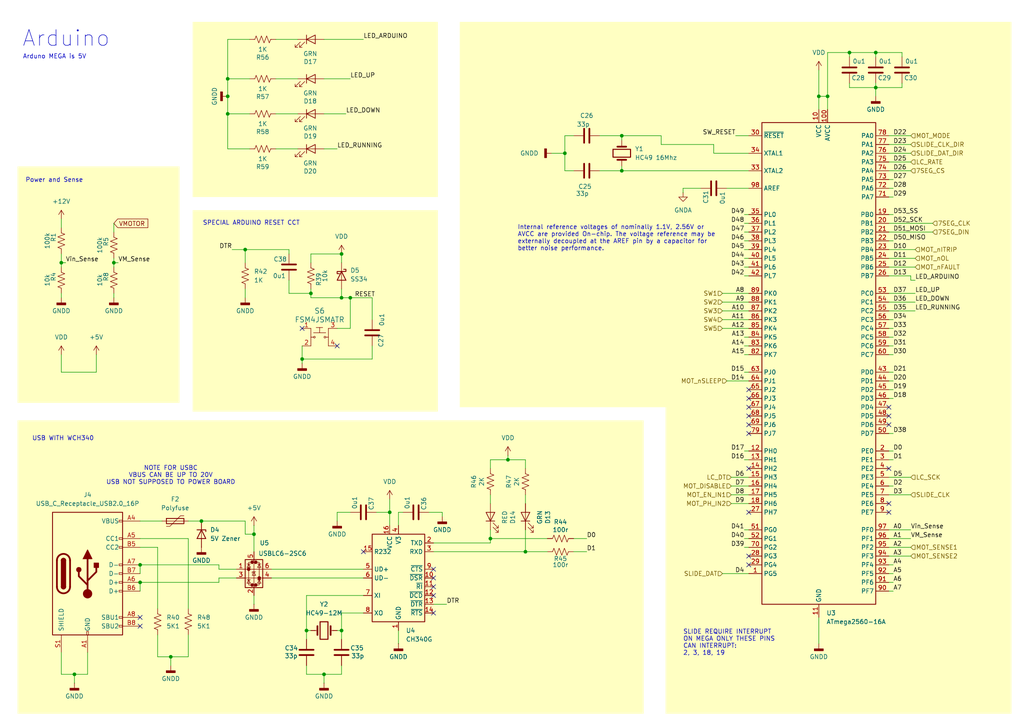
<source format=kicad_sch>
(kicad_sch (version 20250114) (generator "eeschema") (generator_version "9.0")
  (paper "A4")
  (rectangle (start 5.08 121.92) (end 186.69 207.01) (stroke (width -0.0001) (color 255 255 194 1)) (fill (type color) (color 255 255 194 1)))
  (rectangle (start 133.35 6.35) (end 293.37 118.11) (stroke (width -0.0001) (color 255 255 194 1)) (fill (type color) (color 255 255 194 1)))
  (rectangle (start 5.08 48.26) (end 52.07 116.84) (stroke (width -0.0001) (color 255 255 194 1)) (fill (type color) (color 255 255 194 1)))
  (rectangle (start 55.88 6.35) (end 127 57.15) (stroke (width -0.0001) (color 255 255 194 1)) (fill (type color) (color 255 255 194 1)))
  (rectangle (start 193.04 115.57) (end 293.37 207.01) (stroke (width -0.0001) (color 255 255 194 1)) (fill (type color) (color 255 255 194 1)))
  (rectangle (start 55.88 60.96) (end 127 119.38) (stroke (width -0.0001) (color 255 255 194 1)) (fill (type color) (color 255 255 194 1)))
  (text "Internal reference voltages of nominally 1.1V, 2.56V or \nAVCC are provided On-chip. The voltage reference may be\nexternally decoupled at the AREF pin by a capacitor for\nbetter noise performance." (at 150.114 69.088 0) (effects (font (size 1.27 1.27)) (justify left)))
  (text "NOTE FOR USBC\nVBUS CAN BE UP TO 20V\nUSB NOT SUPPOSED TO POWER BOARD" (at 49.53 137.922 0) (effects (font (size 1.27 1.27))))
  (text "Arduno MEGA is 5V" (at 6.604 16.51 0) (effects (font (size 1.27 1.27)) (justify left)))
  (text "Arduino" (at 6.35 13.97 0) (effects (font (size 4.572 4.572)) (justify left bottom)))
  (text "SLIDE REQUIRE INTERRUPT\nON MEGA ONLY THESE PINS\nCAN INTERRUPT:\n2, 3, 18, 19" (at 198.12 186.436 0) (effects (font (size 1.27 1.27)) (justify left)))
  (text "USB WITH WCH340" (at 18.288 127.254 0) (effects (font (size 1.27 1.27))))
  (text "SPECIAL ARDUINO RESET CCT" (at 72.898 64.77 0) (effects (font (size 1.27 1.27))))
  (text "Power and Sense" (at 15.748 52.324 0) (effects (font (size 1.27 1.27))))
  (text "PG5 ( OC0B )             | D4 (PWM)\nPE0 ( RXD0/PCINT8 )      | D0 (RX0)\nPE1 ( TXD0 )             | D1 (TX0)\nPE2 ( XCK0/AIN0 )        | x\nPE3 ( OC3A/AIN1 )        | D5 (PWM)\nPE4 ( OC3B/INT4 )        | D2 (PWM)\nPE5 ( OC3C/INT5 )        | D3 (PWM)\nPE6 ( T3/INT6 )          | x\nPE7 ( CLKO/ICP3/INT7 )   | x\nVCC                      | VCC\nGND                      | GND\nPH0 ( RXD2 )             | D17 (RX2)\nPH1 ( TXD2 )             | D16 (TX2)\nPH2 ( XCK2 )             | x\nPH3 ( OC4A )             | D6 (PWM)\nPH4 ( OC4B )             | D7 (PWM)\nPH5 ( OC4C )             | D8 (PWM)\nPH6 ( OC2B )             | D9 (PWM)\nPB0 ( SS/PCINT0 )        | D53 (SS)\nPB1 ( SCK/PCINT1 )       | D52 (SCK)\nPB2 ( MOSI/PCINT2 )      | D51 (MOSI)\nPB3 ( MISO/PCINT3 )      | D50 (MISO)\nPB4 ( OC2A/PCINT4 )      | D10 (PWM)\nPB5 ( OC1A/PCINT5 )      | D11 (PWM)\nPB6 ( OC1B/PCINT6 )      | D12 (PWM)\nPB7 ( OC0A/OC1C/PCINT7 ) | D13 (PWM)\nPH7 ( T4 )               | x\nPG3 ( TOSC2 )            | x\nPG4 ( TOSC1 )            | x\nRESET                    | RESET\nVCC                      | VCC\nGND                      | GND\nXTAL2                    | XTAL2\nXTAL1                    | XTAL1\nPL0 ( ICP4 )             | D49\nPL1 ( ICP5 )             | D48\nPL2 ( T5 )               | D47\nPL3 ( OC5A )             | D46 (PWM)\nPL4 ( OC5B )             | D45 (PWM)\nPL5 ( OC5C )             | D44 (PWM)\nPL6                      | D43\nPL7                      | D42\nPD0 ( SCL/INT0 )         | D21 (SCL)\nPD1 ( SDA/INT1 )         | D20 (SDA)\nPD2 ( RXDI/INT2 )        | D19 (RX1)\nPD3 ( TXD1/INT3 )        | D18 (TX1)\nPD4 ( ICP1 )             | x\nPD5 ( XCK1 )             | x\nPD6 ( T1 )               | x\nPD7 ( T0 )               | D38\nPG0 ( WR )               | D41\nPG1 ( RD )               | D40\nPC0 ( A8 )               | D37\nPC1 ( A9 )               | D36\nPC2 ( A10 )              | D35\nPC3 ( A11 )              | D34\nPC4 ( A12 )              | D33\nPC5 ( A13 )              | D32\nPC6 ( A14 )              | D31\nPC7 ( A15 )              | D30\nVCC                      | VCC\nGND                      | GND\nPJ0 ( RXD3/PCINT9 )      | D15 (RX3)\nPJ1 ( TXD3/PCINT10 )     | D14 (TX3)\nPJ2 ( XCK3/PCINT11 )     | x\nPJ3 ( PCINT12 )          | x\nPJ4 ( PCINT13 )          | x\nPJ5 ( PCINT14 )          | x\nPJ6 ( PCINT 15 )         | x\nPG2 ( ALE )              | D39\nPA7 ( AD7 )              | D29\nPA6 ( AD6 )              | D28\nPA5 ( AD5 )              | D27\nPA4 ( AD4 )              | D26\nPA3 ( AD3 )              | D25\nPA2 ( AD2 )              | D24\nPA1 ( AD1 )              | D23\nPA0 ( AD0 )              | D22\nVCC                      | VCC\nGND                      | GND\nPK7 ( ADC15/PCINT23 )    | A15\nPK6 ( ADC14/PCINT22 )    | A14\nPK5 ( ADC13/PCINT21 )    | A13\nPK4 ( ADC12/PCINT20 )    | A12\nPK3 ( ADC11/PCINT19 )    | A11\nPK2 ( ADC10/PCINT18 )    | A10\nPK1 ( ADC9/PCINT17 )     | A9\nPK0 ( ADC8/PCINT16 )     | A8\nPF7 ( ADC7/TDI )         | A7\nPF6 ( ADC6/TDO )         | A6\nPF5 ( ADC5/TMS )         | A5\nPF4 ( ADC4/TCK )         | A4\nPF3 ( ADC3 )             | A3\nPF2 ( ADC2 )             | A2\nPF1 ( ADC1 )             | A1\nPF0 ( ADC0 )             | A0\nAREF                     | Analog Reference\nGND                      | GND\nAVCC                     | VCC" (at 302.768 104.648 0) (effects (font (size 1.27 1.27)) (justify left)))
  (junction (at 40.64 168.91))
  (junction (at 237.49 27.94))
  (junction (at 142.24 156.21))
  (junction (at 66.04 27.94))
  (junction (at 240.03 27.94))
  (junction (at 17.78 76.2))
  (junction (at 71.12 72.39))
  (junction (at 33.02 76.2))
  (junction (at 246.38 15.24))
  (junction (at 66.04 22.86))
  (junction (at 66.04 33.02))
  (junction (at 147.32 133.35))
  (junction (at 99.06 73.66))
  (junction (at 254 15.24))
  (junction (at 21.59 195.58))
  (junction (at 88.9 182.88))
  (junction (at 73.66 154.94))
  (junction (at 180.34 49.53))
  (junction (at 90.17 85.09))
  (junction (at 99.06 86.36))
  (junction (at 163.83 44.45))
  (junction (at 254 25.4))
  (junction (at 40.64 163.83))
  (junction (at 113.03 148.59))
  (junction (at 93.98 195.58))
  (junction (at 152.4 160.02))
  (junction (at 180.34 39.37))
  (junction (at 58.42 151.13))
  (junction (at 87.63 104.14))
  (junction (at 49.53 190.5))
  (junction (at 101.6 86.36))
  (junction (at 99.06 182.88))
  (no_connect (at 217.17 120.65))
  (no_connect (at 40.64 179.07))
  (no_connect (at 217.17 125.73))
  (no_connect (at 257.81 120.65))
  (no_connect (at 257.81 123.19))
  (no_connect (at 125.73 167.64))
  (no_connect (at 257.81 148.59))
  (no_connect (at 217.17 123.19))
  (no_connect (at 217.17 161.29))
  (no_connect (at 257.81 135.89))
  (no_connect (at 125.73 170.18))
  (no_connect (at 217.17 148.59))
  (no_connect (at 217.17 163.83))
  (no_connect (at 217.17 115.57))
  (no_connect (at 125.73 172.72))
  (no_connect (at 97.79 100.33))
  (no_connect (at 87.63 95.25))
  (no_connect (at 40.64 181.61))
  (no_connect (at 217.17 113.03))
  (no_connect (at 257.81 146.05))
  (no_connect (at 217.17 118.11))
  (no_connect (at 125.73 177.8))
  (no_connect (at 125.73 165.1))
  (no_connect (at 217.17 135.89))
  (no_connect (at 105.41 160.02))
  (no_connect (at 257.81 118.11))
  (wire (pts (xy 215.9 97.79) (xy 217.17 97.79)))
  (wire (pts (xy 124.46 148.59) (xy 128.27 148.59)))
  (wire (pts (xy 58.42 151.13) (xy 71.12 151.13)))
  (wire (pts (xy 257.81 90.17) (xy 265.43 90.17)))
  (wire (pts (xy 259.08 100.33) (xy 257.81 100.33)))
  (wire (pts (xy 73.66 154.94) (xy 73.66 160.02)))
  (wire (pts (xy 17.78 76.2) (xy 19.05 76.2)))
  (wire (pts (xy 180.34 39.37) (xy 191.77 39.37)))
  (wire (pts (xy 128.27 149.86) (xy 128.27 148.59)))
  (wire (pts (xy 163.83 39.37) (xy 163.83 44.45)))
  (wire (pts (xy 88.9 193.04) (xy 88.9 195.58)))
  (wire (pts (xy 87.63 104.14) (xy 107.95 104.14)))
  (wire (pts (xy 259.08 113.03) (xy 257.81 113.03)))
  (wire (pts (xy 257.81 46.99) (xy 264.16 46.99)))
  (wire (pts (xy 259.08 166.37) (xy 257.81 166.37)))
  (wire (pts (xy 147.32 133.35) (xy 152.4 133.35)))
  (wire (pts (xy 173.99 49.53) (xy 180.34 49.53)))
  (wire (pts (xy 237.49 179.07) (xy 237.49 186.69)))
  (wire (pts (xy 259.08 163.83) (xy 257.81 163.83)))
  (wire (pts (xy 240.03 31.75) (xy 240.03 27.94)))
  (wire (pts (xy 66.04 27.94) (xy 66.04 33.02)))
  (wire (pts (xy 212.09 138.43) (xy 217.17 138.43)))
  (wire (pts (xy 71.12 76.2) (xy 71.12 72.39)))
  (wire (pts (xy 254 25.4) (xy 261.62 25.4)))
  (wire (pts (xy 259.08 52.07) (xy 257.81 52.07)))
  (wire (pts (xy 163.83 49.53) (xy 166.37 49.53)))
  (wire (pts (xy 160.02 44.45) (xy 163.83 44.45)))
  (wire (pts (xy 215.9 156.21) (xy 217.17 156.21)))
  (wire (pts (xy 257.81 67.31) (xy 270.51 67.31)))
  (wire (pts (xy 257.81 156.21) (xy 264.16 156.21)))
  (wire (pts (xy 17.78 107.95) (xy 17.78 102.87)))
  (wire (pts (xy 213.36 39.37) (xy 217.17 39.37)))
  (wire (pts (xy 257.81 41.91) (xy 264.16 41.91)))
  (wire (pts (xy 210.82 110.49) (xy 217.17 110.49)))
  (wire (pts (xy 215.9 64.77) (xy 217.17 64.77)))
  (wire (pts (xy 147.32 132.08) (xy 147.32 133.35)))
  (wire (pts (xy 90.17 86.36) (xy 99.06 86.36)))
  (wire (pts (xy 17.78 76.2) (xy 17.78 77.47)))
  (wire (pts (xy 166.37 39.37) (xy 163.83 39.37)))
  (wire (pts (xy 207.01 44.45) (xy 217.17 44.45)))
  (wire (pts (xy 209.55 85.09) (xy 217.17 85.09)))
  (wire (pts (xy 257.81 72.39) (xy 265.43 72.39)))
  (wire (pts (xy 215.9 72.39) (xy 217.17 72.39)))
  (wire (pts (xy 207.01 41.91) (xy 207.01 44.45)))
  (wire (pts (xy 113.03 144.78) (xy 113.03 148.59)))
  (wire (pts (xy 66.04 22.86) (xy 72.39 22.86)))
  (wire (pts (xy 66.04 43.18) (xy 72.39 43.18)))
  (wire (pts (xy 87.63 100.33) (xy 87.63 104.14)))
  (wire (pts (xy 215.9 107.95) (xy 217.17 107.95)))
  (wire (pts (xy 83.82 85.09) (xy 90.17 85.09)))
  (wire (pts (xy 259.08 110.49) (xy 257.81 110.49)))
  (wire (pts (xy 142.24 157.48) (xy 142.24 156.21)))
  (wire (pts (xy 71.12 154.94) (xy 73.66 154.94)))
  (wire (pts (xy 264.16 81.28) (xy 264.16 80.01)))
  (wire (pts (xy 240.03 15.24) (xy 240.03 27.94)))
  (wire (pts (xy 67.31 72.39) (xy 71.12 72.39)))
  (wire (pts (xy 101.6 95.25) (xy 101.6 86.36)))
  (wire (pts (xy 215.9 62.23) (xy 217.17 62.23)))
  (wire (pts (xy 45.72 190.5) (xy 49.53 190.5)))
  (wire (pts (xy 54.61 156.21) (xy 54.61 176.53)))
  (wire (pts (xy 142.24 135.89) (xy 142.24 133.35)))
  (wire (pts (xy 142.24 153.67) (xy 142.24 156.21)))
  (wire (pts (xy 71.12 72.39) (xy 83.82 72.39)))
  (wire (pts (xy 259.08 97.79) (xy 257.81 97.79)))
  (wire (pts (xy 259.08 171.45) (xy 257.81 171.45)))
  (wire (pts (xy 264.16 80.01) (xy 257.81 80.01)))
  (wire (pts (xy 83.82 72.39) (xy 83.82 73.66)))
  (wire (pts (xy 212.09 140.97) (xy 217.17 140.97)))
  (wire (pts (xy 142.24 143.51) (xy 142.24 146.05)))
  (wire (pts (xy 257.81 161.29) (xy 264.16 161.29)))
  (wire (pts (xy 246.38 15.24) (xy 240.03 15.24)))
  (wire (pts (xy 254 15.24) (xy 261.62 15.24)))
  (wire (pts (xy 180.34 49.53) (xy 180.34 48.26)))
  (wire (pts (xy 49.53 190.5) (xy 54.61 190.5)))
  (wire (pts (xy 246.38 15.24) (xy 246.38 16.51)))
  (wire (pts (xy 259.08 115.57) (xy 257.81 115.57)))
  (wire (pts (xy 27.94 107.95) (xy 17.78 107.95)))
  (wire (pts (xy 71.12 151.13) (xy 71.12 154.94)))
  (wire (pts (xy 27.94 102.87) (xy 27.94 107.95)))
  (wire (pts (xy 105.41 11.43) (xy 93.98 11.43)))
  (wire (pts (xy 97.79 43.18) (xy 93.98 43.18)))
  (wire (pts (xy 215.9 77.47) (xy 217.17 77.47)))
  (wire (pts (xy 215.9 74.93) (xy 217.17 74.93)))
  (wire (pts (xy 261.62 25.4) (xy 261.62 24.13)))
  (wire (pts (xy 49.53 190.5) (xy 49.53 193.04)))
  (wire (pts (xy 257.81 49.53) (xy 264.16 49.53)))
  (wire (pts (xy 17.78 85.09) (xy 17.78 86.36)))
  (wire (pts (xy 215.9 153.67) (xy 217.17 153.67)))
  (wire (pts (xy 90.17 85.09) (xy 90.17 83.82)))
  (wire (pts (xy 257.81 85.09) (xy 265.43 85.09)))
  (wire (pts (xy 209.55 90.17) (xy 217.17 90.17)))
  (wire (pts (xy 90.17 76.2) (xy 90.17 73.66)))
  (wire (pts (xy 86.36 43.18) (xy 80.01 43.18)))
  (wire (pts (xy 66.04 33.02) (xy 66.04 43.18)))
  (wire (pts (xy 257.81 44.45) (xy 264.16 44.45)))
  (wire (pts (xy 215.9 133.35) (xy 217.17 133.35)))
  (wire (pts (xy 40.64 156.21) (xy 54.61 156.21)))
  (wire (pts (xy 97.79 151.13) (xy 97.79 148.59)))
  (wire (pts (xy 71.12 83.82) (xy 71.12 86.36)))
  (wire (pts (xy 83.82 85.09) (xy 83.82 81.28)))
  (wire (pts (xy 215.9 69.85) (xy 217.17 69.85)))
  (wire (pts (xy 40.64 163.83) (xy 63.5 163.83)))
  (wire (pts (xy 259.08 102.87) (xy 257.81 102.87)))
  (wire (pts (xy 259.08 54.61) (xy 257.81 54.61)))
  (wire (pts (xy 259.08 62.23) (xy 257.81 62.23)))
  (wire (pts (xy 115.57 182.88) (xy 115.57 186.69)))
  (wire (pts (xy 88.9 182.88) (xy 88.9 185.42)))
  (wire (pts (xy 259.08 140.97) (xy 257.81 140.97)))
  (wire (pts (xy 246.38 25.4) (xy 254 25.4)))
  (wire (pts (xy 99.06 177.8) (xy 105.41 177.8)))
  (wire (pts (xy 173.99 39.37) (xy 180.34 39.37)))
  (wire (pts (xy 259.08 130.81) (xy 257.81 130.81)))
  (wire (pts (xy 107.95 104.14) (xy 107.95 100.33)))
  (wire (pts (xy 254 24.13) (xy 254 25.4)))
  (wire (pts (xy 163.83 44.45) (xy 163.83 49.53)))
  (wire (pts (xy 125.73 157.48) (xy 142.24 157.48)))
  (wire (pts (xy 90.17 182.88) (xy 88.9 182.88)))
  (wire (pts (xy 99.06 195.58) (xy 99.06 193.04)))
  (wire (pts (xy 215.9 100.33) (xy 217.17 100.33)))
  (wire (pts (xy 198.12 54.61) (xy 203.2 54.61)))
  (wire (pts (xy 99.06 182.88) (xy 99.06 185.42)))
  (wire (pts (xy 86.36 22.86) (xy 80.01 22.86)))
  (wire (pts (xy 237.49 27.94) (xy 237.49 31.75)))
  (wire (pts (xy 97.79 148.59) (xy 101.6 148.59)))
  (wire (pts (xy 17.78 63.5) (xy 17.78 66.04)))
  (wire (pts (xy 152.4 133.35) (xy 152.4 135.89)))
  (wire (pts (xy 33.02 74.93) (xy 33.02 76.2)))
  (wire (pts (xy 259.08 92.71) (xy 257.81 92.71)))
  (wire (pts (xy 45.72 158.75) (xy 45.72 176.53)))
  (wire (pts (xy 21.59 195.58) (xy 21.59 198.12)))
  (wire (pts (xy 210.82 54.61) (xy 217.17 54.61)))
  (wire (pts (xy 100.33 33.02) (xy 93.98 33.02)))
  (wire (pts (xy 63.5 165.1) (xy 63.5 163.83)))
  (wire (pts (xy 25.4 195.58) (xy 25.4 189.23)))
  (wire (pts (xy 209.55 95.25) (xy 217.17 95.25)))
  (wire (pts (xy 93.98 195.58) (xy 93.98 198.12)))
  (wire (pts (xy 90.17 73.66) (xy 99.06 73.66)))
  (wire (pts (xy 115.57 152.4) (xy 115.57 148.59)))
  (wire (pts (xy 209.55 166.37) (xy 217.17 166.37)))
  (wire (pts (xy 142.24 133.35) (xy 147.32 133.35)))
  (wire (pts (xy 240.03 27.94) (xy 237.49 27.94)))
  (wire (pts (xy 259.08 125.73) (xy 257.81 125.73)))
  (wire (pts (xy 99.06 182.88) (xy 97.79 182.88)))
  (wire (pts (xy 45.72 184.15) (xy 45.72 190.5)))
  (wire (pts (xy 198.12 55.88) (xy 198.12 54.61)))
  (wire (pts (xy 259.08 168.91) (xy 257.81 168.91)))
  (wire (pts (xy 191.77 41.91) (xy 191.77 39.37)))
  (wire (pts (xy 33.02 64.77) (xy 33.02 67.31)))
  (wire (pts (xy 73.66 172.72) (xy 73.66 175.26)))
  (wire (pts (xy 257.81 138.43) (xy 264.16 138.43)))
  (wire (pts (xy 17.78 195.58) (xy 21.59 195.58)))
  (wire (pts (xy 97.79 95.25) (xy 101.6 95.25)))
  (wire (pts (xy 261.62 15.24) (xy 261.62 16.51)))
  (wire (pts (xy 257.81 87.63) (xy 265.43 87.63)))
  (wire (pts (xy 88.9 182.88) (xy 88.9 172.72)))
  (wire (pts (xy 101.6 22.86) (xy 93.98 22.86)))
  (wire (pts (xy 40.64 166.37) (xy 40.64 163.83)))
  (wire (pts (xy 209.55 87.63) (xy 217.17 87.63)))
  (wire (pts (xy 33.02 76.2) (xy 33.02 77.47)))
  (wire (pts (xy 99.06 177.8) (xy 99.06 182.88)))
  (wire (pts (xy 101.6 86.36) (xy 107.95 86.36)))
  (wire (pts (xy 215.9 130.81) (xy 217.17 130.81)))
  (wire (pts (xy 254 15.24) (xy 254 16.51)))
  (wire (pts (xy 152.4 160.02) (xy 158.75 160.02)))
  (wire (pts (xy 259.08 133.35) (xy 257.81 133.35)))
  (wire (pts (xy 40.64 171.45) (xy 40.64 168.91)))
  (wire (pts (xy 107.95 86.36) (xy 107.95 92.71)))
  (wire (pts (xy 63.5 168.91) (xy 63.5 167.64)))
  (wire (pts (xy 63.5 167.64) (xy 68.58 167.64)))
  (wire (pts (xy 63.5 165.1) (xy 68.58 165.1)))
  (wire (pts (xy 40.64 168.91) (xy 63.5 168.91)))
  (wire (pts (xy 88.9 172.72) (xy 105.41 172.72)))
  (wire (pts (xy 152.4 143.51) (xy 152.4 146.05)))
  (wire (pts (xy 259.08 95.25) (xy 257.81 95.25)))
  (wire (pts (xy 215.9 158.75) (xy 217.17 158.75)))
  (wire (pts (xy 78.74 165.1) (xy 105.41 165.1)))
  (wire (pts (xy 166.37 156.21) (xy 170.18 156.21)))
  (wire (pts (xy 125.73 160.02) (xy 152.4 160.02)))
  (wire (pts (xy 40.64 151.13) (xy 46.99 151.13)))
  (wire (pts (xy 257.81 74.93) (xy 265.43 74.93)))
  (wire (pts (xy 257.81 143.51) (xy 264.16 143.51)))
  (wire (pts (xy 264.16 81.28) (xy 265.43 81.28)))
  (wire (pts (xy 152.4 153.67) (xy 152.4 160.02)))
  (wire (pts (xy 180.34 39.37) (xy 180.34 40.64)))
  (wire (pts (xy 207.01 41.91) (xy 191.77 41.91)))
  (wire (pts (xy 90.17 85.09) (xy 90.17 86.36)))
  (wire (pts (xy 78.74 167.64) (xy 105.41 167.64)))
  (wire (pts (xy 109.22 148.59) (xy 113.03 148.59)))
  (wire (pts (xy 259.08 107.95) (xy 257.81 107.95)))
  (wire (pts (xy 254 25.4) (xy 254 27.94)))
  (wire (pts (xy 87.63 104.14) (xy 87.63 105.41)))
  (wire (pts (xy 257.81 158.75) (xy 264.16 158.75)))
  (wire (pts (xy 142.24 156.21) (xy 158.75 156.21)))
  (wire (pts (xy 21.59 195.58) (xy 25.4 195.58)))
  (wire (pts (xy 257.81 39.37) (xy 264.16 39.37)))
  (wire (pts (xy 54.61 190.5) (xy 54.61 184.15)))
  (wire (pts (xy 257.81 64.77) (xy 270.51 64.77)))
  (wire (pts (xy 54.61 151.13) (xy 58.42 151.13)))
  (wire (pts (xy 212.09 146.05) (xy 217.17 146.05)))
  (wire (pts (xy 86.36 33.02) (xy 80.01 33.02)))
  (wire (pts (xy 215.9 102.87) (xy 217.17 102.87)))
  (wire (pts (xy 125.73 175.26) (xy 129.54 175.26)))
  (wire (pts (xy 209.55 92.71) (xy 217.17 92.71)))
  (wire (pts (xy 99.06 86.36) (xy 101.6 86.36)))
  (wire (pts (xy 99.06 73.66) (xy 99.06 76.2)))
  (wire (pts (xy 66.04 11.43) (xy 72.39 11.43)))
  (wire (pts (xy 17.78 189.23) (xy 17.78 195.58)))
  (wire (pts (xy 66.04 22.86) (xy 66.04 27.94)))
  (wire (pts (xy 257.81 153.67) (xy 264.16 153.67)))
  (wire (pts (xy 237.49 20.32) (xy 237.49 27.94)))
  (wire (pts (xy 246.38 15.24) (xy 254 15.24)))
  (wire (pts (xy 33.02 76.2) (xy 34.29 76.2)))
  (wire (pts (xy 212.09 143.51) (xy 217.17 143.51)))
  (wire (pts (xy 17.78 73.66) (xy 17.78 76.2)))
  (wire (pts (xy 73.66 152.4) (xy 73.66 154.94)))
  (wire (pts (xy 215.9 67.31) (xy 217.17 67.31)))
  (wire (pts (xy 99.06 83.82) (xy 99.06 86.36)))
  (wire (pts (xy 215.9 80.01) (xy 217.17 80.01)))
  (wire (pts (xy 88.9 195.58) (xy 93.98 195.58)))
  (wire (pts (xy 259.08 57.15) (xy 257.81 57.15)))
  (wire (pts (xy 86.36 11.43) (xy 80.01 11.43)))
  (wire (pts (xy 66.04 33.02) (xy 72.39 33.02)))
  (wire (pts (xy 113.03 148.59) (xy 113.03 152.4)))
  (wire (pts (xy 246.38 24.13) (xy 246.38 25.4)))
  (wire (pts (xy 93.98 195.58) (xy 99.06 195.58)))
  (wire (pts (xy 66.04 11.43) (xy 66.04 22.86)))
  (wire (pts (xy 40.64 158.75) (xy 45.72 158.75)))
  (wire (pts (xy 257.81 77.47) (xy 265.43 77.47)))
  (wire (pts (xy 259.08 69.85) (xy 257.81 69.85)))
  (wire (pts (xy 115.57 148.59) (xy 116.84 148.59)))
  (wire (pts (xy 166.37 160.02) (xy 170.18 160.02)))
  (wire (pts (xy 33.02 85.09) (xy 33.02 86.36)))
  (wire (pts (xy 180.34 49.53) (xy 217.17 49.53)))
  (label "Vin_Sense" (at 264.16 153.67 0))
  (label "D0" (at 170.18 156.21 0))
  (label "A12" (at 215.9 95.25 180))
  (label "D13" (at 259.08 80.01 0))
  (label "D44" (at 215.9 74.93 180))
  (label "D16" (at 215.9 133.35 180))
  (label "SW_RESET" (at 213.36 39.37 180))
  (label "A10" (at 215.9 90.17 180))
  (label "D19" (at 259.08 113.03 0))
  (label "A3" (at 259.08 161.29 0))
  (label "A1" (at 259.08 156.21 0))
  (label "D24" (at 259.08 44.45 0))
  (label "D12" (at 259.08 77.47 0))
  (label "D0" (at 259.08 130.81 0))
  (label "D36" (at 259.08 87.63 0))
  (label "D43" (at 215.9 77.47 180))
  (label "D34" (at 259.08 92.71 0))
  (label "VM_Sense" (at 264.16 156.21 0))
  (label "LED_RUNNING" (at 265.43 90.17 0))
  (label "A5" (at 259.08 166.37 0))
  (label "A9" (at 215.9 87.63 180))
  (label "LED_UP" (at 101.6 22.86 0))
  (label "D33" (at 259.08 95.25 0))
  (label "A11" (at 215.9 92.71 180))
  (label "A14" (at 215.9 100.33 180))
  (label "D9" (at 215.9 146.05 180))
  (label "D38" (at 259.08 125.73 0))
  (label "D29" (at 259.08 57.15 0))
  (label "LED_DOWN" (at 100.33 33.02 0))
  (label "A13" (at 215.9 97.79 180))
  (label "D15" (at 215.9 107.95 180))
  (label "D47" (at 215.9 67.31 180))
  (label "LED_RUNNING" (at 97.79 43.18 0))
  (label "D31" (at 259.08 100.33 0))
  (label "D53_SS" (at 259.08 62.23 0))
  (label "D50_MISO" (at 259.08 69.85 0))
  (label "D22" (at 259.08 39.37 0))
  (label "D20" (at 259.08 110.49 0))
  (label "D40" (at 215.9 156.21 180))
  (label "D41" (at 215.9 153.67 180))
  (label "D46" (at 215.9 69.85 180))
  (label "D2" (at 259.08 140.97 0))
  (label "A15" (at 215.9 102.87 180))
  (label "D28" (at 259.08 54.61 0))
  (label "D18" (at 259.08 115.57 0))
  (label "D11" (at 259.08 74.93 0))
  (label "DTR" (at 67.31 72.39 180))
  (label "D32" (at 259.08 97.79 0))
  (label "RESET" (at 102.87 86.36 0))
  (label "A2" (at 259.08 158.75 0))
  (label "DTR" (at 129.54 175.26 0))
  (label "D10" (at 259.08 72.39 0))
  (label "D1" (at 259.08 133.35 0))
  (label "A7" (at 259.08 171.45 0))
  (label "D3" (at 259.08 143.51 0))
  (label "D48" (at 215.9 64.77 180))
  (label "D37" (at 259.08 85.09 0))
  (label "LED_UP" (at 265.43 85.09 0))
  (label "A4" (at 259.08 163.83 0))
  (label "D30" (at 259.08 102.87 0))
  (label "VM_Sense" (at 34.29 76.2 0))
  (label "D6" (at 215.9 138.43 180))
  (label "LED_ARDUINO" (at 265.43 81.28 0))
  (label "D49" (at 215.9 62.23 180))
  (label "D25" (at 259.08 46.99 0))
  (label "D23" (at 259.08 41.91 0))
  (label "A6" (at 259.08 168.91 0))
  (label "D42" (at 215.9 80.01 180))
  (label "D26" (at 259.08 49.53 0))
  (label "LED_ARDUINO" (at 105.41 11.43 0))
  (label "D8" (at 215.9 143.51 180))
  (label "D27" (at 259.08 52.07 0))
  (label "D4" (at 215.9 166.37 180))
  (label "D52_SCK" (at 259.08 64.77 0))
  (label "D14" (at 215.9 110.49 180))
  (label "D51_MOSI" (at 259.08 67.31 0))
  (label "D39" (at 215.9 158.75 180))
  (label "D21" (at 259.08 107.95 0))
  (label "A0" (at 259.08 153.67 0))
  (label "D17" (at 215.9 130.81 180))
  (label "Vin_Sense" (at 19.05 76.2 0))
  (label "D5" (at 259.08 138.43 0))
  (label "D45" (at 215.9 72.39 180))
  (label "D1" (at 170.18 160.02 0))
  (label "LED_DOWN" (at 265.43 87.63 0))
  (label "D35" (at 259.08 90.17 0))
  (label "D7" (at 215.9 140.97 180))
  (label "A8" (at 215.9 85.09 180))
  (global_label "VMOTOR" (shape input) (at 33.02 64.77 0) (property "Intersheetrefs" "${INTERSHEET_REFS}" (effects (hide yes))))
  (hierarchical_label "7SEG_CLK" (shape input) (at 270.51 64.77 0))
  (hierarchical_label "MOT_nITRIP" (shape input) (at 265.43 72.39 0))
  (hierarchical_label "MOT_DISABLE" (shape input) (at 212.09 140.97 180))
  (hierarchical_label "7SEG_CS" (shape input) (at 264.16 49.53 0))
  (hierarchical_label "SLIDE_DAT_DIR" (shape input) (at 264.16 44.45 0))
  (hierarchical_label "SW3" (shape input) (at 209.55 90.17 180))
  (hierarchical_label "SLIDE_CLK" (shape input) (at 264.16 143.51 0))
  (hierarchical_label "MOT_nOL" (shape input) (at 265.43 74.93 0))
  (hierarchical_label "SLIDE_DAT" (shape input) (at 209.55 166.37 180))
  (hierarchical_label "MOT_EN_IN1" (shape input) (at 212.09 143.51 180))
  (hierarchical_label "MOT_MODE" (shape input) (at 264.16 39.37 0))
  (hierarchical_label "SLIDE_CLK_DIR" (shape input) (at 264.16 41.91 0))
  (hierarchical_label "SW1" (shape input) (at 209.55 85.09 180))
  (hierarchical_label "LC_SCK" (shape input) (at 264.16 138.43 0))
  (hierarchical_label "MOT_PH_IN2" (shape input) (at 212.09 146.05 180))
  (hierarchical_label "MOT_SENSE1" (shape input) (at 264.16 158.75 0))
  (hierarchical_label "7SEG_DIN" (shape input) (at 270.51 67.31 0))
  (hierarchical_label "SW2" (shape input) (at 209.55 87.63 180))
  (hierarchical_label "SW4" (shape input) (at 209.55 92.71 180))
  (hierarchical_label "LC_DT" (shape input) (at 212.09 138.43 180))
  (hierarchical_label "LC_RATE" (shape input) (at 264.16 46.99 0))
  (hierarchical_label "MOT_nFAULT" (shape input) (at 265.43 77.47 0))
  (hierarchical_label "SW5" (shape input) (at 209.55 95.25 180))
  (hierarchical_label "MOT_nSLEEP" (shape input) (at 210.82 110.49 180))
  (hierarchical_label "MOT_SENSE2" (shape input) (at 264.16 161.29 0))
  (symbol (lib_id "power:GNDD") (at 87.63 105.41 0) (unit 1)
    (property "Reference" "#PWR055" (effects (hide yes)))
    (property "Value" "GNDD" (at 87.63 109.22 0))
    (property "Description" "Power symbol creates a global label with name \"GNDD\" , digital ground" (effects (hide yes)))
  )
  (symbol (lib_id "MMTK-rescue:R_US-Device-MMTK-rescue") (at 76.2 33.02 90) (unit 1)
    (property "Reference" "R58" (at 76.2 38.227 90))
    (property "Value" "1K" (at 76.2 35.9156 90))
    (property "Footprint" "Resistor_SMD:R_0603_1608Metric" (effects (hide yes)))
  )
  (symbol (lib_id "power:+12V") (at 17.78 63.5 0) (unit 1)
    (property "Reference" "#PWR02" (effects (hide yes)))
    (property "Value" "+12V" (at 17.78 58.42 0))
    (property "Description" "Power symbol creates a global label with name \"+12V\"" (effects (hide yes)))
  )
  (symbol (lib_id "Diode:ESD5Zxx") (at 58.42 154.94 270) (unit 1)
    (property "Reference" "D4" (at 60.96 153.6699 90) (effects (justify left)))
    (property "Value" "5V Zener" (at 60.96 156.2099 90) (effects (justify left)))
    (property "Footprint" "Diode_SMD:D_SOD-523" (effects (hide yes)))
    (property "Datasheet" "https://www.onsemi.com/pdf/datasheet/esd5z2.5t1-d.pdf" (effects (hide yes)))
    (property "Description" "ESD Protection Diode, SOD-523" (effects (hide yes)))
  )
  (symbol (lib_id "Device:R_US") (at 162.56 156.21 90) (unit 1)
    (property "Reference" "R44" (at 162.56 151.384 90))
    (property "Value" "100r" (at 162.56 153.67 90))
    (property "Footprint" "Resistor_SMD:R_0603_1608Metric" (effects (hide yes)))
    (property "Description" "Resistor, US symbol" (effects (hide yes)))
  )
  (symbol (lib_id "MMTK-rescue:R_US-Device-MMTK-rescue") (at 76.2 11.43 90) (unit 1)
    (property "Reference" "R56" (at 76.2 16.637 90))
    (property "Value" "1K" (at 76.2 14.3256 90))
    (property "Footprint" "Resistor_SMD:R_0603_1608Metric" (effects (hide yes)))
  )
  (symbol (lib_id "Device:R_US") (at 142.24 139.7 180) (unit 1)
    (property "Reference" "R46" (at 137.414 139.7 90))
    (property "Value" "2K" (at 139.7 139.7 90))
    (property "Footprint" "Resistor_SMD:R_0603_1608Metric" (effects (hide yes)))
    (property "Description" "Resistor, US symbol" (effects (hide yes)))
  )
  (symbol (lib_id "Device:R_US") (at 45.72 180.34 0) (unit 1)
    (property "Reference" "R40" (at 48.26 179.0699 0) (effects (justify left)))
    (property "Value" "5K1" (at 48.26 181.6099 0) (effects (justify left)))
    (property "Footprint" "Resistor_SMD:R_0603_1608Metric" (effects (hide yes)))
    (property "Description" "Resistor, US symbol" (effects (hide yes)))
  )
  (symbol (lib_id "Device:C") (at 99.06 189.23 180) (unit 1)
    (property "Reference" "C35" (at 101.6 187.96 0) (effects (justify right)))
    (property "Value" "33p" (at 101.854 190.246 0) (effects (justify right)))
    (property "Description" "Unpolarized capacitor" (effects (hide yes)))
  )
  (symbol (lib_id "power:+5V") (at 27.94 102.87 0) (unit 1)
    (property "Reference" "#PWR01" (effects (hide yes)))
    (property "Value" "+5V" (at 27.94 97.79 0))
    (property "Description" "Power symbol creates a global label with name \"+5V\"" (effects (hide yes)))
  )
  (symbol (lib_id "Interface_USB:CH340G") (at 115.57 167.64 0) (unit 1)
    (property "Reference" "U4" (at 117.7133 182.88 0) (effects (justify left)))
    (property "Value" "CH340G" (at 117.7133 185.42 0) (effects (justify left)))
    (property "Footprint" "Package_SO:SOIC-16_3.9x9.9mm_P1.27mm" (effects (hide yes)))
    (property "Datasheet" "http://www.datasheet5.com/pdf-local-2195953" (effects (hide yes)))
    (property "Description" "USB serial converter, UART, SOIC-16" (effects (hide yes)))
  )
  (symbol (lib_id "power:GNDD") (at 237.49 186.69 0) (unit 1)
    (property "Reference" "#PWR065" (effects (hide yes)))
    (property "Value" "GNDD" (at 237.49 190.5 0))
    (property "Description" "Power symbol creates a global label with name \"GNDD\" , digital ground" (effects (hide yes)))
  )
  (symbol (lib_id "MMTK-rescue:LED-Device-MMTK-rescue") (at 90.17 33.02 0) (unit 1)
    (property "Reference" "D19" (at 89.9922 39.497 0))
    (property "Value" "GRN" (at 89.9922 37.1856 0))
    (property "Footprint" "LED_SMD:LED_0603_1608Metric" (effects (hide yes)))
  )
  (symbol (lib_id "Device:Crystal") (at 93.98 182.88 0) (unit 1)
    (property "Reference" "Y2" (at 93.98 175.26 0))
    (property "Value" "HC49-12M" (at 93.98 177.8 0))
    (property "Footprint" "Crystal:Crystal_SMD_HC49-SD" (effects (hide yes)))
    (property "Description" "Two pin crystal" (effects (hide yes)))
  )
  (symbol (lib_id "Device:R_US") (at 17.78 81.28 0) (unit 1)
    (property "Reference" "R4" (at 15.494 80.264 90))
    (property "Value" "10k" (at 13.716 81.28 90))
    (property "Footprint" "Resistor_SMD:R_0603_1608Metric" (effects (hide yes)))
    (property "Description" "Resistor, US symbol" (effects (hide yes)))
  )
  (symbol (lib_id "Device:Polyfuse") (at 50.8 151.13 270) (unit 1)
    (property "Reference" "F2" (at 50.8 144.78 90))
    (property "Value" "Polyfuse" (at 50.8 147.32 90))
    (property "Description" "Resettable fuse, polymeric positive temperature coefficient" (effects (hide yes)))
  )
  (symbol (lib_id "Device:R_US") (at 152.4 139.7 180) (unit 1)
    (property "Reference" "R47" (at 147.574 139.7 90))
    (property "Value" "2K" (at 149.86 139.7 90))
    (property "Footprint" "Resistor_SMD:R_0603_1608Metric" (effects (hide yes)))
    (property "Description" "Resistor, US symbol" (effects (hide yes)))
  )
  (symbol (lib_id "MCU_Microchip_ATmega:ATmega2560-16A") (at 237.49 105.41 0) (unit 1)
    (property "Reference" "U3" (at 239.6841 177.8 0) (effects (justify left)))
    (property "Value" "ATmega2560-16A" (at 239.6841 180.34 0) (effects (justify left)))
    (property "Footprint" "Package_QFP:TQFP-100_14x14mm_P0.5mm" (effects (hide yes)))
    (property "Datasheet" "http://ww1.microchip.com/downloads/en/DeviceDoc/Atmel-2549-8-bit-AVR-Microcontroller-ATmega640-1280-1281-2560-2561_datasheet.pdf" (effects (hide yes)))
    (property "Description" "16MHz, 256kB Flash, 8kB SRAM, 4kB EEPROM, JTAG, TQFP-100" (effects (hide yes)))
  )
  (symbol (lib_id "power:VDD") (at 113.03 144.78 0) (unit 1)
    (property "Reference" "#PWR076" (effects (hide yes)))
    (property "Value" "VDD" (at 113.03 139.7 0))
    (property "Description" "Power symbol creates a global label with name \"VDD\"" (effects (hide yes)))
  )
  (symbol (lib_id "power:+5V") (at 73.66 152.4 0) (unit 1)
    (property "Reference" "#PWR08" (effects (hide yes)))
    (property "Value" "+5V" (at 73.66 147.32 0))
    (property "Description" "Power symbol creates a global label with name \"+5V\"" (effects (hide yes)))
  )
  (symbol (lib_id "power:GNDD") (at 17.78 86.36 0) (unit 1)
    (property "Reference" "#PWR03" (effects (hide yes)))
    (property "Value" "GNDD" (at 17.78 90.17 0))
    (property "Description" "Power symbol creates a global label with name \"GNDD\" , digital ground" (effects (hide yes)))
  )
  (symbol (lib_id "MMTK-rescue:R_US-Device-MMTK-rescue") (at 76.2 22.86 90) (unit 1)
    (property "Reference" "R57" (at 76.2 28.067 90))
    (property "Value" "1K" (at 76.2 25.7556 90))
    (property "Footprint" "Resistor_SMD:R_0603_1608Metric" (effects (hide yes)))
  )
  (symbol (lib_id "power:VDD") (at 99.06 73.66 0) (unit 1)
    (property "Reference" "#PWR062" (effects (hide yes)))
    (property "Value" "VDD" (at 99.06 68.58 0))
    (property "Description" "Power symbol creates a global label with name \"VDD\"" (effects (hide yes)))
  )
  (symbol (lib_id "Device:C") (at 120.65 148.59 270) (unit 1)
    (property "Reference" "C36" (at 122.936 146.05 0))
    (property "Value" "0u1" (at 118.11 145.796 0))
    (property "Footprint" "Capacitor_SMD:C_0603_1608Metric" (effects (hide yes)))
    (property "Description" "Unpolarized capacitor" (effects (hide yes)))
  )
  (symbol (lib_id "MMTK-rescue:LED-Device-MMTK-rescue") (at 152.4 149.86 90) (unit 1)
    (property "Reference" "D13" (at 158.877 150.0378 0))
    (property "Value" "GRN" (at 156.5656 150.0378 0))
    (property "Footprint" "LED_SMD:LED_0603_1608Metric" (effects (hide yes)))
  )
  (symbol (lib_id "power:VDD") (at 147.32 132.08 0) (unit 1)
    (property "Reference" "#PWR070" (effects (hide yes)))
    (property "Value" "VDD" (at 147.32 127 0))
    (property "Description" "Power symbol creates a global label with name \"VDD\"" (effects (hide yes)))
  )
  (symbol (lib_id "power:GNDD") (at 93.98 198.12 0) (unit 1)
    (property "Reference" "#PWR069" (effects (hide yes)))
    (property "Value" "GNDD" (at 93.98 201.93 0))
    (property "Description" "Power symbol creates a global label with name \"GNDD\" , digital ground" (effects (hide yes)))
  )
  (symbol (lib_id "power:GNDD") (at 49.53 193.04 0) (unit 1)
    (property "Reference" "#PWR073" (effects (hide yes)))
    (property "Value" "GNDD" (at 49.53 196.85 0))
    (property "Description" "Power symbol creates a global label with name \"GNDD\" , digital ground" (effects (hide yes)))
  )
  (symbol (lib_id "Connector:USB_C_Receptacle_USB2.0_16P") (at 25.4 166.37 0) (unit 1)
    (property "Reference" "J4" (at 25.4 143.51 0))
    (property "Value" "USB_C_Receptacle_USB2.0_16P" (at 25.4 146.05 0))
    (property "Datasheet" "https://www.usb.org/sites/default/files/documents/usb_type-c.zip" (effects (hide yes)))
    (property "Description" "USB 2.0-only 16P Type-C Receptacle connector" (effects (hide yes)))
  )
  (symbol (lib_id "Device:C") (at 107.95 96.52 180) (unit 1)
    (property "Reference" "C27" (at 110.49 98.806 90))
    (property "Value" "0u1" (at 110.744 92.71 90))
    (property "Footprint" "Capacitor_SMD:C_0603_1608Metric" (effects (hide yes)))
    (property "Description" "Unpolarized capacitor" (effects (hide yes)))
  )
  (symbol (lib_id "Device:C") (at 246.38 20.32 180) (unit 1)
    (property "Reference" "C28" (at 248.92 22.606 0))
    (property "Value" "0u1" (at 249.174 17.78 0))
    (property "Footprint" "Capacitor_SMD:C_0603_1608Metric" (effects (hide yes)))
    (property "Description" "Unpolarized capacitor" (effects (hide yes)))
  )
  (symbol (lib_id "Device:C") (at 170.18 39.37 90) (unit 1)
    (property "Reference" "C26" (at 170.18 33.528 90))
    (property "Value" "33p" (at 169.164 36.068 90))
    (property "Description" "Unpolarized capacitor" (effects (hide yes)))
  )
  (symbol (lib_id "power:GNDD") (at 254 27.94 0) (unit 1)
    (property "Reference" "#PWR064" (effects (hide yes)))
    (property "Value" "GNDD" (at 254 31.75 0))
    (property "Description" "Power symbol creates a global label with name \"GNDD\" , digital ground" (effects (hide yes)))
  )
  (symbol (lib_id "MMTK-rescue:LED-Device-MMTK-rescue") (at 90.17 22.86 0) (unit 1)
    (property "Reference" "D18" (at 89.9922 29.337 0))
    (property "Value" "GRN" (at 89.9922 27.0256 0))
    (property "Footprint" "LED_SMD:LED_0603_1608Metric" (effects (hide yes)))
  )
  (symbol (lib_id "MMTK-rescue:R_US-Device-MMTK-rescue") (at 76.2 43.18 90) (unit 1)
    (property "Reference" "R59" (at 76.2 48.387 90))
    (property "Value" "1K" (at 76.2 46.0756 90))
    (property "Footprint" "Resistor_SMD:R_0603_1608Metric" (effects (hide yes)))
  )
  (symbol (lib_id "power:GNDD") (at 97.79 151.13 0) (unit 1)
    (property "Reference" "#PWR078" (effects (hide yes)))
    (property "Value" "GNDD" (at 97.79 154.94 0))
    (property "Description" "Power symbol creates a global label with name \"GNDD\" , digital ground" (effects (hide yes)))
  )
  (symbol (lib_id "dk_Tactile-Switches:FSM4JSMATR") (at 92.71 97.79 0) (unit 1)
    (property "Reference" "S6" (at 92.71 90.17 0) (effects (font (size 1.524 1.524))))
    (property "Value" "FSM4JSMATR" (at 92.71 92.71 0) (effects (font (size 1.524 1.524))))
    (property "Footprint" "digikey-footprints:Switch_Tactile_SMD_6x6mm" (effects (hide yes)))
    (property "Datasheet" "https://www.te.com/commerce/DocumentDelivery/DDEController?Action=srchrtrv&DocNm=2-1437565-7&DocType=Customer+Drawing&DocLang=English" (effects (hide yes)))
    (property "Description" "SWITCH TACTILE SPST-NO 0.05A 24V" (effects (hide yes)))
    (property "Digi-Key_PN" "450-1759-1-ND" (effects (hide yes)))
    (property "MPN" "FSM4JSMATR" (effects (hide yes)))
    (property "Category" "Switches" (effects (hide yes)))
    (property "Family" "Tactile Switches" (effects (hide yes)))
    (property "DK_Datasheet_Link" "https://www.te.com/commerce/DocumentDelivery/DDEController?Action=srchrtrv&DocNm=2-1437565-7&DocType=Customer+Drawing&DocLang=English" (effects (hide yes)))
    (property "DK_Detail_Page" "/product-detail/en/te-connectivity-alcoswitch-switches/FSM4JSMATR/450-1759-1-ND/2271638" (effects (hide yes)))
    (property "Description_1" "SWITCH TACTILE SPST-NO 0.05A 24V" (effects (hide yes)))
    (property "Manufacturer" "TE Connectivity ALCOSWITCH Switches" (effects (hide yes)))
    (property "Status" "Active" (effects (hide yes)))
  )
  (symbol (lib_id "power:VDD") (at 237.49 20.32 0) (unit 1)
    (property "Reference" "#PWR063" (effects (hide yes)))
    (property "Value" "VDD" (at 237.49 15.24 0))
    (property "Description" "Power symbol creates a global label with name \"VDD\"" (effects (hide yes)))
  )
  (symbol (lib_id "Device:R_US") (at 71.12 80.01 0) (unit 1)
    (property "Reference" "R42" (at 73.66 78.7399 0) (effects (justify left)))
    (property "Value" "1K" (at 73.66 81.2799 0) (effects (justify left)))
    (property "Footprint" "Resistor_SMD:R_0603_1608Metric" (effects (hide yes)))
    (property "Description" "Resistor, US symbol" (effects (hide yes)))
  )
  (symbol (lib_id "power:GNDD") (at 58.42 158.75 0) (unit 1)
    (property "Reference" "#PWR075" (effects (hide yes)))
    (property "Value" "GNDD" (at 58.42 162.56 0))
    (property "Description" "Power symbol creates a global label with name \"GNDD\" , digital ground" (effects (hide yes)))
  )
  (symbol (lib_id "Device:R_US") (at 90.17 80.01 180) (unit 1)
    (property "Reference" "R39" (at 92.456 81.026 90))
    (property "Value" "10k" (at 94.234 80.01 90))
    (property "Footprint" "Resistor_SMD:R_0603_1608Metric" (effects (hide yes)))
    (property "Description" "Resistor, US symbol" (effects (hide yes)))
  )
  (symbol (lib_id "Device:R_US") (at 33.02 81.28 0) (unit 1)
    (property "Reference" "R8" (at 30.734 80.264 90))
    (property "Value" "10k" (at 28.956 81.28 90))
    (property "Footprint" "Resistor_SMD:R_0603_1608Metric" (effects (hide yes)))
    (property "Description" "Resistor, US symbol" (effects (hide yes)))
  )
  (symbol (lib_id "power:GNDD") (at 66.04 27.94 270) (unit 1)
    (property "Reference" "#PWR071" (effects (hide yes)))
    (property "Value" "GNDD" (at 62.23 27.94 0))
    (property "Description" "Power symbol creates a global label with name \"GNDD\" , digital ground" (effects (hide yes)))
  )
  (symbol (lib_id "Device:C") (at 83.82 77.47 0) (unit 1)
    (property "Reference" "C38" (at 81.28 75.184 0))
    (property "Value" "0u1" (at 81.026 80.01 0))
    (property "Footprint" "Capacitor_SMD:C_0603_1608Metric" (effects (hide yes)))
    (property "Description" "Unpolarized capacitor" (effects (hide yes)))
  )
  (symbol (lib_id "Device:R_US") (at 33.02 71.12 0) (unit 1)
    (property "Reference" "R5" (at 30.734 70.104 90))
    (property "Value" "100k" (at 28.956 71.12 90))
    (property "Footprint" "Resistor_SMD:R_0603_1608Metric" (effects (hide yes)))
    (property "Description" "Resistor, US symbol" (effects (hide yes)))
  )
  (symbol (lib_id "Device:C") (at 254 20.32 180) (unit 1)
    (property "Reference" "C29" (at 256.54 22.606 0))
    (property "Value" "0u1" (at 256.794 17.78 0))
    (property "Footprint" "Capacitor_SMD:C_0603_1608Metric" (effects (hide yes)))
    (property "Description" "Unpolarized capacitor" (effects (hide yes)))
  )
  (symbol (lib_id "power:GNDD") (at 115.57 186.69 0) (unit 1)
    (property "Reference" "#PWR068" (effects (hide yes)))
    (property "Value" "GNDD" (at 115.57 190.5 0))
    (property "Description" "Power symbol creates a global label with name \"GNDD\" , digital ground" (effects (hide yes)))
  )
  (symbol (lib_id "power:GNDD") (at 128.27 149.86 0) (unit 1)
    (property "Reference" "#PWR067" (effects (hide yes)))
    (property "Value" "GNDD" (at 128.27 153.67 0))
    (property "Description" "Power symbol creates a global label with name \"GNDD\" , digital ground" (effects (hide yes)))
  )
  (symbol (lib_id "MMTK-rescue:LED-Device-MMTK-rescue") (at 90.17 43.18 0) (unit 1)
    (property "Reference" "D20" (at 89.9922 49.657 0))
    (property "Value" "GRN" (at 89.9922 47.3456 0))
    (property "Footprint" "LED_SMD:LED_0603_1608Metric" (effects (hide yes)))
  )
  (symbol (lib_id "power:GNDD") (at 73.66 175.26 0) (unit 1)
    (property "Reference" "#PWR072" (effects (hide yes)))
    (property "Value" "GNDD" (at 73.66 179.07 0))
    (property "Description" "Power symbol creates a global label with name \"GNDD\" , digital ground" (effects (hide yes)))
  )
  (symbol (lib_id "Device:C") (at 207.01 54.61 90) (unit 1)
    (property "Reference" "C31" (at 204.724 57.15 0))
    (property "Value" "0u1" (at 209.55 57.404 0))
    (property "Footprint" "Capacitor_SMD:C_0603_1608Metric" (effects (hide yes)))
    (property "Description" "Unpolarized capacitor" (effects (hide yes)))
  )
  (symbol (lib_id "Device:R_US") (at 54.61 180.34 0) (unit 1)
    (property "Reference" "R48" (at 57.15 179.0699 0) (effects (justify left)))
    (property "Value" "5K1" (at 57.15 181.6099 0) (effects (justify left)))
    (property "Footprint" "Resistor_SMD:R_0603_1608Metric" (effects (hide yes)))
    (property "Description" "Resistor, US symbol" (effects (hide yes)))
  )
  (symbol (lib_id "Power_Protection:USBLC6-2SC6") (at 73.66 165.1 0) (unit 1)
    (property "Reference" "U5" (at 75.3111 157.48 0) (effects (justify left)))
    (property "Value" "USBLC6-2SC6" (at 74.93 160.528 0) (effects (justify left)))
    (property "Footprint" "Package_TO_SOT_SMD:SOT-23-6" (effects (hide yes)))
    (property "Datasheet" "https://www.st.com/resource/en/datasheet/usblc6-2.pdf" (effects (hide yes)))
    (property "Description" "Very low capacitance ESD protection diode, 2 data-line, SOT-23-6" (effects (hide yes)))
  )
  (symbol (lib_id "Device:R_US") (at 162.56 160.02 90) (unit 1)
    (property "Reference" "R45" (at 162.56 162.052 90))
    (property "Value" "100r" (at 162.56 163.83 90))
    (property "Footprint" "Resistor_SMD:R_0603_1608Metric" (effects (hide yes)))
    (property "Description" "Resistor, US symbol" (effects (hide yes)))
  )
  (symbol (lib_id "power:GNDD") (at 21.59 198.12 0) (unit 1)
    (property "Reference" "#PWR074" (effects (hide yes)))
    (property "Value" "GNDD" (at 21.59 201.93 0))
    (property "Description" "Power symbol creates a global label with name \"GNDD\" , digital ground" (effects (hide yes)))
  )
  (symbol (lib_id "Device:C") (at 88.9 189.23 180) (unit 1)
    (property "Reference" "C34" (at 82.55 187.96 0) (effects (justify right)))
    (property "Value" "33p" (at 82.55 190.246 0) (effects (justify right)))
    (property "Description" "Unpolarized capacitor" (effects (hide yes)))
  )
  (symbol (lib_id "Device:C") (at 105.41 148.59 270) (unit 1)
    (property "Reference" "C37" (at 107.696 146.05 0))
    (property "Value" "0u1" (at 102.87 145.796 0))
    (property "Footprint" "Capacitor_SMD:C_0603_1608Metric" (effects (hide yes)))
    (property "Description" "Unpolarized capacitor" (effects (hide yes)))
  )
  (symbol (lib_id "Device:Crystal") (at 180.34 44.45 270) (unit 1)
    (property "Reference" "Y1" (at 184.15 43.1799 90) (effects (justify left)))
    (property "Value" "HC49 16Mhz" (at 184.15 45.7199 90) (effects (justify left)))
    (property "Footprint" "Crystal:Crystal_SMD_HC49-SD" (effects (hide yes)))
    (property "Description" "Two pin crystal" (effects (hide yes)))
  )
  (symbol (lib_id "power:GNDA") (at 198.12 55.88 0) (unit 1)
    (property "Reference" "#PWR066" (effects (hide yes)))
    (property "Value" "GNDA" (at 198.12 60.96 0))
    (property "Description" "Power symbol creates a global label with name \"GNDA\" , analog ground" (effects (hide yes)))
  )
  (symbol (lib_id "power:GNDD") (at 33.02 86.36 0) (unit 1)
    (property "Reference" "#PWR05" (effects (hide yes)))
    (property "Value" "GNDD" (at 33.02 90.17 0))
    (property "Description" "Power symbol creates a global label with name \"GNDD\" , digital ground" (effects (hide yes)))
  )
  (symbol (lib_id "power:GNDD") (at 71.12 86.36 0) (unit 1)
    (property "Reference" "#PWR079" (effects (hide yes)))
    (property "Value" "GNDD" (at 71.12 90.17 0))
    (property "Description" "Power symbol creates a global label with name \"GNDD\" , digital ground" (effects (hide yes)))
  )
  (symbol (lib_id "MMTK-rescue:LED-Device-MMTK-rescue") (at 142.24 149.86 90) (unit 1)
    (property "Reference" "D14" (at 148.717 150.0378 0))
    (property "Value" "RED" (at 146.4056 150.0378 0))
    (property "Footprint" "LED_SMD:LED_0603_1608Metric" (effects (hide yes)))
  )
  (symbol (lib_id "Device:C") (at 261.62 20.32 180) (unit 1)
    (property "Reference" "C30" (at 264.16 22.606 0))
    (property "Value" "0u1" (at 264.414 17.78 0))
    (property "Footprint" "Capacitor_SMD:C_0603_1608Metric" (effects (hide yes)))
    (property "Description" "Unpolarized capacitor" (effects (hide yes)))
  )
  (symbol (lib_id "power:GNDD") (at 160.02 44.45 270) (unit 1)
    (property "Reference" "#PWR059" (effects (hide yes)))
    (property "Value" "GNDD" (at 156.21 44.4499 90) (effects (justify right)))
    (property "Description" "Power symbol creates a global label with name \"GNDD\" , digital ground" (effects (hide yes)))
  )
  (symbol (lib_id "MMTK-rescue:LED-Device-MMTK-rescue") (at 90.17 11.43 0) (unit 1)
    (property "Reference" "D17" (at 89.9922 17.907 0))
    (property "Value" "GRN" (at 89.9922 15.5956 0))
    (property "Footprint" "LED_SMD:LED_0603_1608Metric" (effects (hide yes)))
  )
  (symbol (lib_id "Diode:SS34") (at 99.06 80.01 270) (unit 1)
    (property "Reference" "D5" (at 101.6 78.4224 90) (effects (justify left)))
    (property "Value" "SS34" (at 101.6 80.9624 90) (effects (justify left)))
    (property "Footprint" "Diode_SMD:D_SMA" (effects (hide yes)))
    (property "Datasheet" "https://www.vishay.com/docs/88751/ss32.pdf" (effects (hide yes)))
    (property "Description" "40V 3A Schottky Diode, SMA" (effects (hide yes)))
  )
  (symbol (lib_id "Device:R_US") (at 17.78 69.85 0) (unit 1)
    (property "Reference" "R1" (at 15.494 68.834 90))
    (property "Value" "100k" (at 13.716 69.85 90))
    (property "Footprint" "Resistor_SMD:R_0603_1608Metric" (effects (hide yes)))
    (property "Description" "Resistor, US symbol" (effects (hide yes)))
  )
  (symbol (lib_id "Device:C") (at 170.18 49.53 90) (unit 1)
    (property "Reference" "C25" (at 169.672 54.102 90))
    (property "Value" "33p" (at 168.91 56.134 90))
    (property "Description" "Unpolarized capacitor" (effects (hide yes)))
  )
  (symbol (lib_id "power:VDD") (at 17.78 102.87 0) (unit 1)
    (property "Reference" "#PWR04" (effects (hide yes)))
    (property "Value" "VDD" (at 17.78 97.79 0))
    (property "Description" "Power symbol creates a global label with name \"VDD\"" (effects (hide yes)))
  )
)
</source>
